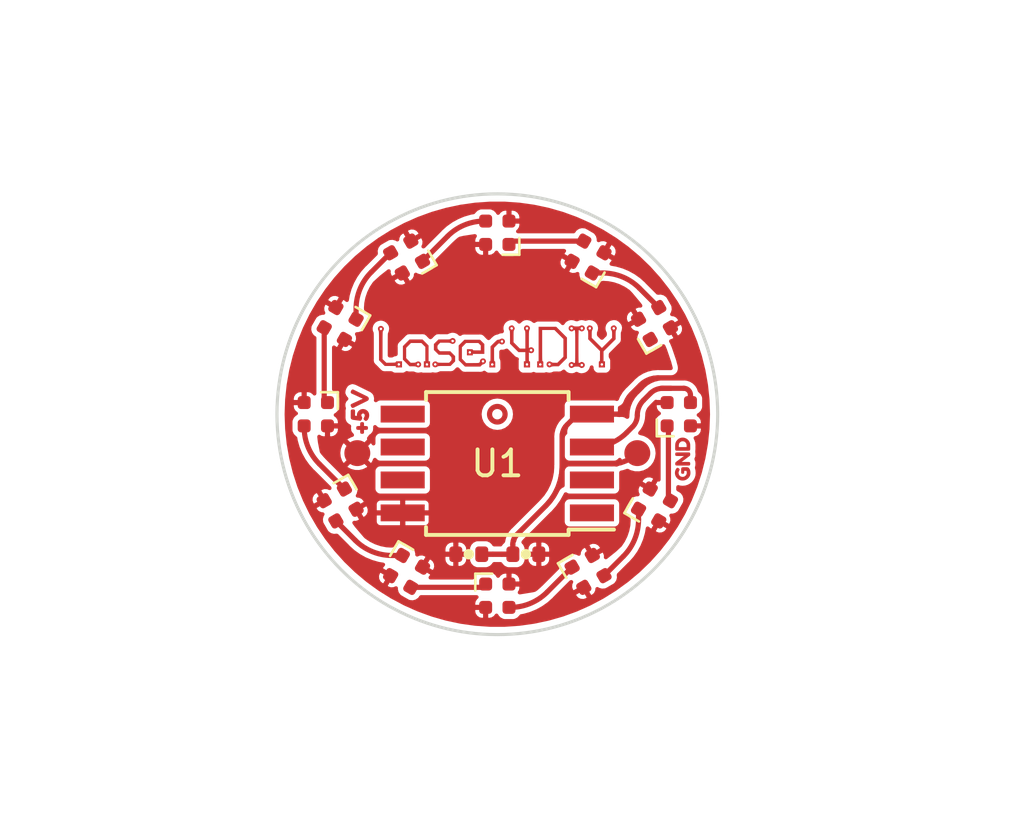
<source format=kicad_pcb>
(kicad_pcb (version 20211014) (generator pcbnew)
  (title_block (title "ringDemo for Laser4DIY") (date "2022-03-28") (rev "A") (company "Laser4DIY") (comment 1 "PCB by @tinyledmatrix") (comment 2 "Laser 4 DIY: @laser4diy"))
  (layers (0 "F.Cu" signal) (31 "B.Cu" signal) (34 "B.Paste" user) (35 "F.Paste" user) (36 "B.SilkS" user "B.Silkscreen") (37 "F.SilkS" user "F.Silkscreen") (38 "B.Mask" user) (39 "F.Mask" user) (44 "Edge.Cuts" user))
  (net 0 "")
  (net 1 "VCC")
  (net 2 "GND")
  (net 3 "/DIN")
  (net 6 "Net-(D1-Pad1)")
  (net 7 "Net-(D1-Pad3)")
  (net 11 "Net-(D2-Pad3)")
  (net 13 "Net-(D4-Pad3)")
  (net 14 "Net-(D5-Pad3)")
  (net 15 "Net-(D6-Pad3)")
  (net 16 "Net-(D7-Pad3)")
  (net 17 "Net-(D8-Pad3)")
  (net 18 "Net-(D10-Pad1)")
  (net 19 "Net-(D10-Pad3)")
  (net 20 "Net-(D11-Pad3)")
  (footprint "ownLEDs:LED_SK6812_EC15_1.5x1.5mm_modRounded" (layer "F.Cu") (at 105.2 58.3 -90)
    (fp_text reference "D1" hide)
    (fp_text value "WS2812B")
  )
  (footprint "dipolMods:C_0402_min" (layer "F.Cu") (at 104.1 70.7)
    (fp_text reference "C2")
    (fp_text value "1u")
  )
  (footprint "ownLEDs:LED_SK6812_EC15_1.5x1.5mm_modRounded" (layer "F.Cu") (at 98.2 65.3)
    (fp_text reference "D10" hide)
    (fp_text value "WS2812B")
  )
  (footprint "ownLEDs:LED_SK6812_EC15_1.5x1.5mm_modRounded" (layer "F.Cu") (at 108.7 71.362178 120)
    (fp_text reference "D6" hide)
    (fp_text value "WS2812B")
  )
  (footprint "ownLEDs:LED_SK6812_EC15_1.5x1.5mm_modRounded" (layer "F.Cu") (at 101.7 71.362178 60)
    (fp_text reference "D8" hide)
    (fp_text value "WS2812B")
  )
  (footprint "Package_SO:SOIJ-8_5.3x5.3mm_P1.27mm" (layer "F.Cu") (at 105.2 67.2 180)
    (fp_text reference "U1")
    (fp_text value "ATtiny85-20SU")
  )
  (footprint "ownLEDs:LED_SK6812_EC15_1.5x1.5mm_modRounded" (layer "F.Cu") (at 112.2 65.3 180)
    (fp_text reference "D4" hide)
    (fp_text value "WS2812B")
  )
  (footprint "ownLEDs:LED_SK6812_EC15_1.5x1.5mm_modRounded" (layer "F.Cu") (at 101.7 59.237822 -60)
    (fp_text reference "D12" hide)
    (fp_text value "WS2812B")
  )
  (footprint "ownLEDs:LED_SK6812_EC15_1.5x1.5mm_modRounded" (layer "F.Cu") (at 111.262178 68.8 150)
    (fp_text reference "D5" hide)
    (fp_text value "WS2812B")
  )
  (footprint "ownLEDs:LED_SK6812_EC15_1.5x1.5mm_modRounded" (layer "F.Cu") (at 99.137822 68.8 30)
    (fp_text reference "D9" hide)
    (fp_text value "WS2812B")
  )
  (footprint "ownLEDs:LED_SK6812_EC15_1.5x1.5mm_modRounded" (layer "F.Cu") (at 111.262178 61.8 -150)
    (fp_text reference "D3" hide)
    (fp_text value "WS2812B")
  )
  (footprint "TestPoint:TestPoint_Pad_D1.0mm" (layer "F.Cu") (at 110.6 66.8)
    (fp_text reference "TP2" hide)
    (fp_text value "TestPoint")
  )
  (footprint "ownLEDs:LED_SK6812_EC15_1.5x1.5mm_modRounded" (layer "F.Cu") (at 105.2 72.3 90)
    (fp_text reference "D7" hide)
    (fp_text value "WS2812B")
  )
  (footprint "kibuzzard-623DBD1B" (layer "F.Cu") (at 99.9 65.2 90)
    (fp_text reference "kibuzzard-623DBD1B" hide)
    (fp_text value "G***" hide)
  )
  (footprint "ownLEDs:LED_SK6812_EC15_1.5x1.5mm_modRounded" (layer "F.Cu") (at 99.137822 61.8 -30)
    (fp_text reference "D11" hide)
    (fp_text value "WS2812B")
  )
  (footprint "kibuzzard-623DBE1D" (layer "F.Cu") (at 112.35 67.03 90)
    (fp_text reference "kibuzzard-623DBE1D" hide)
    (fp_text value "G***" hide)
  )
  (footprint "TestPoint:TestPoint_Pad_D1.0mm" (layer "F.Cu") (at 99.8 66.8)
    (fp_text reference "TP1" hide)
    (fp_text value "TestPoint")
  )
  (footprint "ringDemo:logo2_10mm" (layer "F.Cu") (at 105.2 62.7)
    (fp_text reference "G1" hide)
    (fp_text value "LOGO" hide)
  )
  (footprint "ownLEDs:LED_SK6812_EC15_1.5x1.5mm_modRounded" (layer "F.Cu") (at 108.7 59.237822 -120)
    (fp_text reference "D2" hide)
    (fp_text value "WS2812B")
  )
  (footprint "dipolMods:C_0402_min" (layer "F.Cu") (at 106.3 70.7 180)
    (fp_text reference "C1")
    (fp_text value "1u")
  )
  (gr_circle (center 105.2 65.3) (end 105.5 65.3) (layer "F.Cu") (width 0.2) (fill none))
  (gr_circle (center 105.2 65.3) (end 113.7 65.3) (layer "Edge.Cuts") (width 0.12) (fill none))
  (segment (start 101.55 69.105) (end 101.55 69.75) (width 0.2) (layer "F.Cu") (net 1))
  (segment (start 105.8 70.318674) (end 105.8 70.7) (width 0.2) (layer "F.Cu") (net 2))
  (segment (start 109.855 65.295) (end 109.86 65.3) (width 0.2) (layer "F.Cu") (net 2))
  (segment (start 107.789511 67.210489) (end 107.7 67.3) (width 0.2) (layer "F.Cu") (net 2))
  (segment (start 108.85 65.295) (end 108.305 65.295) (width 0.2) (layer "F.Cu") (net 2))
  (segment (start 109.609013 67.210489) (end 107.789511 67.210489) (width 0.2) (layer "F.Cu") (net 2))
  (segment (start 108.305 65.295) (end 107.895628 65.704372) (width 0.2) (layer "F.Cu") (net 2))
  (segment (start 107.7 66.17666) (end 107.7 67.3) (width 0.2) (layer "F.Cu") (net 2))
  (segment (start 109.86 65.3) (end 110 65.3) (width 0.2) (layer "F.Cu") (net 2))
  (segment (start 110.382855 64.517145) (end 110.716003 64.183997) (width 0.2) (layer "F.Cu") (net 2))
  (segment (start 110 65.3) (end 110.1 65.2) (width 0.2) (layer "F.Cu") (net 2))
  (segment (start 105.8 70.7) (end 104.6 70.7) (width 0.2) (layer "F.Cu") (net 2))
  (segment (start 108.85 65.295) (end 109.855 65.295) (width 0.2) (layer "F.Cu") (net 2))
  (segment (start 107.063655 68.836345) (end 105.954626 69.945374) (width 0.2) (layer "F.Cu") (net 2))
  (segment (start 111.401632 63.9) (end 112.4 63.9) (width 0.2) (layer "F.Cu") (net 2))
  (arc (start 107.7 67.3) (mid 107.534619 68.131497) (end 107.063655 68.836345) (width 0.2) (layer "F.Cu") (net 2))
  (arc (start 110.6 66.8) (mid 110.145323 67.10381) (end 109.609013 67.210489) (width 0.2) (layer "F.Cu") (net 2))
  (arc (start 110.382855 64.517145) (mid 110.173512 64.830449) (end 110.1 65.2) (width 0.2) (layer "F.Cu") (net 2))
  (arc (start 105.954626 69.945374) (mid 105.840186 70.116645) (end 105.8 70.318674) (width 0.2) (layer "F.Cu") (net 2))
  (arc (start 107.895628 65.704372) (mid 107.750842 65.92106) (end 107.7 66.17666) (width 0.2) (layer "F.Cu") (net 2))
  (arc (start 110.716003 64.183997) (mid 111.030572 63.973809) (end 111.401632 63.9) (width 0.2) (layer "F.Cu") (net 2))
  (segment (start 110.415878 65.784122) (end 110.190077 66.009923) (width 0.2) (layer "F.Cu") (net 3))
  (segment (start 111.101372 64.498628) (end 110.840128 64.759872) (width 0.2) (layer "F.Cu") (net 3))
  (segment (start 112.391506 64.3) (end 111.518747 64.3) (width 0.2) (layer "F.Cu") (net 3))
  (segment (start 112.65 64.85) (end 112.65 64.558494) (width 0.2) (layer "F.Cu") (net 3))
  (segment (start 111.9 64.3) (end 111.580902 64.3) (width 0.2) (layer "F.Cu") (net 3))
  (arc (start 110.6 65.339592) (mid 110.552148 65.58018) (end 110.415878 65.784122) (width 0.2) (layer "F.Cu") (net 3))
  (arc (start 110.190077 66.009923) (mid 109.575245 66.42074) (end 108.85 66.565) (width 0.2) (layer "F.Cu") (net 3))
  (arc (start 112.65 64.558494) (mid 112.574289 64.375711) (end 112.391506 64.3) (width 0.2) (layer "F.Cu") (net 3))
  (arc (start 110.6 65.339592) (mid 110.662407 65.02585) (end 110.840128 64.759872) (width 0.2) (layer "F.Cu") (net 3))
  (arc (start 111.101372 64.498628) (mid 111.321382 64.351622) (end 111.580902 64.3) (width 0.2) (layer "F.Cu") (net 3))
  (segment (start 102.314711 59.402533) (end 103.281458 58.435786) (width 0.2) (layer "F.Cu") (net 6))
  (segment (start 104.695671 57.85) (end 104.75 57.85) (width 0.2) (layer "F.Cu") (net 6))
  (arc (start 103.281458 58.435786) (mid 103.930304 58.002241) (end 104.695671 57.85) (width 0.2) (layer "F.Cu") (net 6))
  (segment (start 105.776889 58.623111) (end 105.65 58.75) (width 0.2) (layer "F.Cu") (net 7))
  (segment (start 108.535289 58.623111) (end 105.776889 58.623111) (width 0.2) (layer "F.Cu") (net 7))
  (segment (start 109.265706 59.852533) (end 108.864711 59.852533) (width 0.2) (layer "F.Cu") (net 11))
  (segment (start 111.426889 61.185289) (end 110.679919 60.438319) (width 0.2) (layer "F.Cu") (net 11))
  (arc (start 110.679919 60.438319) (mid 110.031073 60.004774) (end 109.265706 59.852533) (width 0.2) (layer "F.Cu") (net 11))
  (segment (start 111.876889 68.635289) (end 111.8 68.5584) (width 0.2) (layer "F.Cu") (net 13))
  (segment (start 111.8 68.5584) (end 111.8 65.8) (width 0.2) (layer "F.Cu") (net 13))
  (segment (start 111.8 65.8) (end 111.75 65.75) (width 0.2) (layer "F.Cu") (net 13))
  (segment (start 109.314711 71.526889) (end 110.061681 70.779919) (width 0.2) (layer "F.Cu") (net 14))
  (segment (start 110.647467 69.365706) (end 110.647467 68.964711) (width 0.2) (layer "F.Cu") (net 14))
  (arc (start 110.647467 69.365706) (mid 110.495226 70.131073) (end 110.061681 70.779919) (width 0.2) (layer "F.Cu") (net 14))
  (segment (start 105.704329 72.75) (end 105.65 72.75) (width 0.2) (layer "F.Cu") (net 15))
  (segment (start 108.085289 71.197467) (end 107.118542 72.164214) (width 0.2) (layer "F.Cu") (net 15))
  (arc (start 105.704329 72.75) (mid 106.469696 72.597759) (end 107.118542 72.164214) (width 0.2) (layer "F.Cu") (net 15))
  (segment (start 101.864711 71.976889) (end 104.623111 71.976889) (width 0.2) (layer "F.Cu") (net 16))
  (segment (start 104.623111 71.976889) (end 104.75 71.85) (width 0.2) (layer "F.Cu") (net 16))
  (segment (start 98.973111 69.414711) (end 99.720081 70.161681) (width 0.2) (layer "F.Cu") (net 17))
  (segment (start 101.134294 70.747467) (end 101.535289 70.747467) (width 0.2) (layer "F.Cu") (net 17))
  (arc (start 101.134294 70.747467) (mid 100.368927 70.595226) (end 99.720081 70.161681) (width 0.2) (layer "F.Cu") (net 17))
  (segment (start 98.335787 67.218543) (end 99.302533 68.185289) (width 0.2) (layer "F.Cu") (net 18))
  (segment (start 97.75 65.75) (end 97.75 65.804329) (width 0.2) (layer "F.Cu") (net 18))
  (arc (start 97.75 65.804329) (mid 97.902241 66.569696) (end 98.335787 67.218543) (width 0.2) (layer "F.Cu") (net 18))
  (segment (start 98.523111 61.964711) (end 98.523111 64.723111) (width 0.2) (layer "F.Cu") (net 19))
  (segment (start 98.523111 64.723111) (end 98.65 64.85) (width 0.2) (layer "F.Cu") (net 19))
  (segment (start 101.085289 59.073111) (end 100.338319 59.820081) (width 0.2) (layer "F.Cu") (net 20))
  (segment (start 99.752533 61.234294) (end 99.752533 61.635289) (width 0.2) (layer "F.Cu") (net 20))
  (arc (start 99.752533 61.234294) (mid 99.904774 60.468927) (end 100.338319 59.820081) (width 0.2) (layer "F.Cu") (net 20))
  (zone (net 1) (net_name "VCC") (layer "F.Cu") (name "vcc") (priority 2) (connect_pads (clearance 0.15)) (min_thickness 0.15) (fill yes (thermal_gap 0.15) (thermal_bridge_width 0.2))
    (polygon (pts (xy 112.204898 65.3) (xy 112.186086 64.786974) (xy 112.129752 64.276703) (xy 112.036197 63.771929) (xy 111.905925 63.275362) (xy 111.739636 62.789669) (xy 111.538221 62.317459) (xy 111.302764 61.861269) (xy 111.034528 61.423549) (xy 110.734955 61.006649) (xy 110.405654 60.612808) (xy 110.048392 60.244143) (xy 109.66509 59.902633) (xy 109.257806 59.590113) (xy 108.828726 59.308261) (xy 108.380157 59.05859) (xy 107.914507 58.842443) (xy 107.434277 58.660979) (xy 106.942047 58.515174) (xy 106.440461 58.40581) (xy 105.932211 58.333476) (xy 105.420029 58.298558) (xy 104.906665 58.301246) (xy 104.394877 58.341525) (xy 103.887413 58.419178) (xy 103.386999 58.533788) (xy 102.896323 58.68474) (xy 102.41802 58.871222) (xy 101.954659 59.092234) (xy 101.508728 59.346588) (xy 101.082624 59.632918) (xy 100.678635 59.949687) (xy 100.29893 60.295192) (xy 99.945548 60.667578) (xy 99.620389 61.064845) (xy 99.325198 61.484859) (xy 99.061561 61.925365) (xy 98.830894 62.383996) (xy 98.634435 62.858288) (xy 98.473241 63.345696) (xy 98.348176 63.8436) (xy 98.259912 64.349326) (xy 98.208925 64.860159) (xy 98.195486 65.373354) (xy 98.219669 65.886155) (xy 98.281344 66.395807) (xy 98.380179 66.899575) (xy 98.515644 67.39475) (xy 98.687011 67.878675) (xy 98.893359 68.348749) (xy 99.13358 68.802449) (xy 99.406385 69.237337) (xy 99.710307 69.651077) (xy 100.043715 70.041447) (xy 100.404817 70.406351) (xy 100.791675 70.743828) (xy 101.20221 71.052066) (xy 101.634217 71.32941) (xy 102.085376 71.57437) (xy 102.553264 71.785629) (xy 103.035367 71.962054) (xy 103.529097 72.102697) (xy 104.031802 72.206802) (xy 104.540781 72.27381) (xy 105.0533 72.303362) (xy 105.566608 72.295298) (xy 106.077947 72.249662) (xy 106.58457 72.1667) (xy 107.083756 72.046856) (xy 107.572825 71.890774) (xy 108.049149 71.699293) (xy 108.51017 71.473441) (xy 108.953412 71.214431) (xy 109.376494 70.923655) (xy 109.777145 70.602673) (xy 110.153211 70.253211) (xy 110.502673 69.877145) (xy 110.823655 69.476494) (xy 111.114431 69.053412) (xy 111.373441 68.61017) (xy 111.599293 68.149149) (xy 111.790774 67.672825) (xy 111.946856 67.183756) (xy 112.0667 66.68457) (xy 112.149662 66.177947) (xy 112.195298 65.666608)))
  )
  (zone (net 2) (net_name "GND") (layer "F.Cu") (priority 1) (connect_pads (clearance 0.15)) (min_thickness 0.15) (fill yes (thermal_gap 0.15) (thermal_bridge_width 0.2))
    (polygon (pts (xy 113.404998 65.3) (xy 113.385011 64.727648) (xy 113.325148 64.158085) (xy 113.225699 63.594085) (xy 113.08715 63.038396) (xy 112.910176 62.493725) (xy 112.695639 61.962727) (xy 112.444583 61.447987) (xy 112.158233 60.952013) (xy 111.837983 60.477223) (xy 111.485393 60.025929) (xy 111.102182 59.600329) (xy 110.690215 59.202498) (xy 110.251501 58.834373) (xy 109.788177 58.497748) (xy 109.302499 58.194263) (xy 108.796834 57.925397) (xy 108.273646 57.692458) (xy 107.735484 57.496583) (xy 107.184969 57.338726) (xy 106.624783 57.219654) (xy 106.057656 57.13995) (xy 105.48635 57.1) (xy 104.91365 57.1) (xy 104.342344 57.13995) (xy 103.775217 57.219654) (xy 103.215031 57.338726) (xy 102.664516 57.496583) (xy 102.126354 57.692458) (xy 101.603166 57.925397) (xy 101.097501 58.194263) (xy 100.611823 58.497748) (xy 100.148499 58.834373) (xy 99.709785 59.202498) (xy 99.297818 59.600329) (xy 98.914607 60.025929) (xy 98.562017 60.477223) (xy 98.241767 60.952013) (xy 97.955417 61.447987) (xy 97.704361 61.962727) (xy 97.489824 62.493725) (xy 97.31285 63.038396) (xy 97.174301 63.594085) (xy 97.074852 64.158085) (xy 97.014989 64.727648) (xy 96.995002 65.3) (xy 97.014989 65.872352) (xy 97.074852 66.441915) (xy 97.174301 67.005915) (xy 97.31285 67.561604) (xy 97.489824 68.106275) (xy 97.704361 68.637273) (xy 97.955417 69.152013) (xy 98.241767 69.647987) (xy 98.562017 70.122777) (xy 98.914607 70.574071) (xy 99.297818 70.999671) (xy 99.709785 71.397502) (xy 100.148499 71.765627) (xy 100.611823 72.102252) (xy 101.097501 72.405737) (xy 101.603166 72.674603) (xy 102.126354 72.907542) (xy 102.664516 73.103417) (xy 103.215031 73.261274) (xy 103.775217 73.380346) (xy 104.342344 73.46005) (xy 104.91365 73.5) (xy 105.48635 73.5) (xy 106.057656 73.46005) (xy 106.624783 73.380346) (xy 107.184969 73.261274) (xy 107.735484 73.103417) (xy 108.273646 72.907542) (xy 108.796834 72.674603) (xy 109.302499 72.405737) (xy 109.788177 72.102252) (xy 110.251501 71.765627) (xy 110.690215 71.397502) (xy 111.102182 70.999671) (xy 111.485393 70.574071) (xy 111.837983 70.122777) (xy 112.158233 69.647987) (xy 112.444583 69.152013) (xy 112.695639 68.637273) (xy 112.910176 68.106275) (xy 113.08715 67.561604) (xy 113.225699 67.005915) (xy 113.325148 66.441915) (xy 113.385011 65.872352)))
  )
)
</source>
